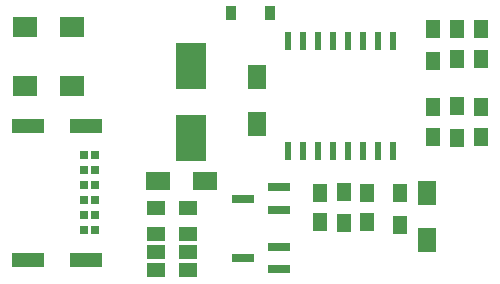
<source format=gts>
G04 #@! TF.FileFunction,Soldermask,Top*
%FSLAX46Y46*%
G04 Gerber Fmt 4.6, Leading zero omitted, Abs format (unit mm)*
G04 Created by KiCad (PCBNEW 4.0.7) date 06/29/18 00:15:07*
%MOMM*%
%LPD*%
G01*
G04 APERTURE LIST*
%ADD10C,0.100000*%
%ADD11R,1.250000X1.500000*%
%ADD12R,0.600000X1.500000*%
%ADD13R,1.600000X2.000000*%
%ADD14R,2.000000X1.600000*%
%ADD15R,2.500000X4.000000*%
%ADD16R,1.900000X0.800000*%
%ADD17R,0.900000X1.200000*%
%ADD18R,0.800000X0.800000*%
%ADD19R,2.700000X1.200000*%
%ADD20R,1.500000X1.300000*%
%ADD21R,2.000000X1.700000*%
%ADD22R,1.300000X1.500000*%
G04 APERTURE END LIST*
D10*
D11*
X189100000Y-76150000D03*
X189100000Y-73650000D03*
D12*
X172755000Y-83950000D03*
X174025000Y-83950000D03*
X175295000Y-83950000D03*
X176565000Y-83950000D03*
X177835000Y-83950000D03*
X179105000Y-83950000D03*
X180375000Y-83950000D03*
X181645000Y-83950000D03*
X181645000Y-74650000D03*
X180375000Y-74650000D03*
X179105000Y-74650000D03*
X177835000Y-74650000D03*
X176565000Y-74650000D03*
X175295000Y-74650000D03*
X174025000Y-74650000D03*
X172755000Y-74650000D03*
D13*
X184512000Y-87528000D03*
X184512000Y-91528000D03*
D11*
X179500000Y-90000000D03*
X179500000Y-87500000D03*
X175500000Y-87500000D03*
X175500000Y-90000000D03*
X189100000Y-82750000D03*
X189100000Y-80250000D03*
X185100000Y-82750000D03*
X185100000Y-80250000D03*
D14*
X165750000Y-86500000D03*
X161750000Y-86500000D03*
D11*
X187100000Y-76150000D03*
X187100000Y-73650000D03*
D13*
X170200000Y-77700000D03*
X170200000Y-81700000D03*
D15*
X164600000Y-76754000D03*
X164600000Y-82854000D03*
D16*
X172000000Y-93950000D03*
X172000000Y-92050000D03*
X169000000Y-93000000D03*
X172000000Y-88950000D03*
X172000000Y-87050000D03*
X169000000Y-88000000D03*
D17*
X171250000Y-72300000D03*
X167950000Y-72300000D03*
D18*
X156480000Y-90678100D03*
X156480000Y-89408100D03*
X156480000Y-88138100D03*
X156480000Y-86868100D03*
X156480000Y-85598100D03*
X156480000Y-84328100D03*
X155500000Y-84328100D03*
X155500000Y-85598100D03*
X155500000Y-86868100D03*
X155500000Y-88138100D03*
X155500000Y-89408100D03*
X155500000Y-90678100D03*
D19*
X150760000Y-81818100D03*
X155660000Y-81818100D03*
X155660000Y-93181900D03*
X150760000Y-93181900D03*
D20*
X164350000Y-94000000D03*
X161650000Y-94000000D03*
D21*
X150500000Y-78500000D03*
X154500000Y-78500000D03*
X154500000Y-73500000D03*
X150500000Y-73500000D03*
D22*
X182226000Y-87543000D03*
X182226000Y-90243000D03*
X177500000Y-90100000D03*
X177500000Y-87400000D03*
D20*
X164350000Y-92500000D03*
X161650000Y-92500000D03*
D22*
X187100000Y-82850000D03*
X187100000Y-80150000D03*
D20*
X161650000Y-91000000D03*
X164350000Y-91000000D03*
X161650000Y-88800000D03*
X164350000Y-88800000D03*
D22*
X185100000Y-73650000D03*
X185100000Y-76350000D03*
M02*

</source>
